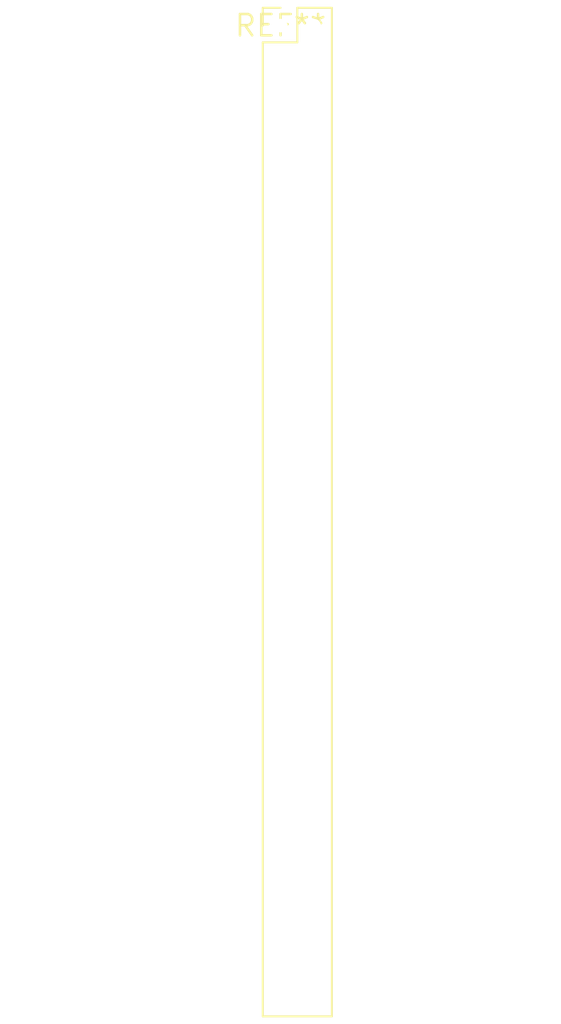
<source format=kicad_pcb>
(kicad_pcb (version 20240108) (generator pcbnew)
  (layers (0 "F.Cu" signal) (31 "B.Cu" signal) (34 "B.Paste" user) (35 "F.Paste" user) (36 "B.SilkS" user "B.Silkscreen") (37 "F.SilkS" user "F.Silkscreen") (38 "B.Mask" user) (39 "F.Mask" user) (44 "Edge.Cuts" user))
  (net 0 "")
  (footprint "PinHeader_2x30_P2.00mm_Vertical" (layer "F.Cu") (at 0 0)
    (property "Reference" "REF**")
    (property "Value" "PinHeader_2x30_P2.00mm_Vertical")
    (fp_line (start -1.06 -1.06) (end 0 -1.06) (layer "F.SilkS") (stroke (width 0.12)))
    (fp_line (start -1.06 0) (end -1.06 -1.06) (layer "F.SilkS") (stroke (width 0.12)))
    (fp_line (start -1.06 1) (end -1.06 59.06) (layer "F.SilkS") (stroke (width 0.12)))
    (fp_line (start -1.06 1) (end 1 1) (layer "F.SilkS") (stroke (width 0.12)))
    (fp_line (start -1.06 59.06) (end 3.06 59.06) (layer "F.SilkS") (stroke (width 0.12)))
    (fp_line (start 1 -1.06) (end 3.06 -1.06) (layer "F.SilkS") (stroke (width 0.12)))
    (fp_line (start 1 1) (end 1 -1.06) (layer "F.SilkS") (stroke (width 0.12)))
    (fp_line (start 3.06 -1.06) (end 3.06 59.06) (layer "F.SilkS") (stroke (width 0.12)))
    (pad "1" thru_hole rect (at 0 0) (size 1.35 1.35) (drill 0.8) (layers *.Cu *.Mask) (remove_unused_layers))
    (pad "2" thru_hole oval (at 2 0) (size 1.35 1.35) (drill 0.8) (layers *.Cu *.Mask) (remove_unused_layers))
    (pad "3" thru_hole oval (at 0 2) (size 1.35 1.35) (drill 0.8) (layers *.Cu *.Mask) (remove_unused_layers))
    (pad "4" thru_hole oval (at 2 2) (size 1.35 1.35) (drill 0.8) (layers *.Cu *.Mask) (remove_unused_layers))
    (pad "5" thru_hole oval (at 0 4) (size 1.35 1.35) (drill 0.8) (layers *.Cu *.Mask) (remove_unused_layers))
    (pad "6" thru_hole oval (at 2 4) (size 1.35 1.35) (drill 0.8) (layers *.Cu *.Mask) (remove_unused_layers))
    (pad "7" thru_hole oval (at 0 6) (size 1.35 1.35) (drill 0.8) (layers *.Cu *.Mask) (remove_unused_layers))
    (pad "8" thru_hole oval (at 2 6) (size 1.35 1.35) (drill 0.8) (layers *.Cu *.Mask) (remove_unused_layers))
    (pad "9" thru_hole oval (at 0 8) (size 1.35 1.35) (drill 0.8) (layers *.Cu *.Mask) (remove_unused_layers))
    (pad "10" thru_hole oval (at 2 8) (size 1.35 1.35) (drill 0.8) (layers *.Cu *.Mask) (remove_unused_layers))
    (pad "11" thru_hole oval (at 0 10) (size 1.35 1.35) (drill 0.8) (layers *.Cu *.Mask) (remove_unused_layers))
    (pad "12" thru_hole oval (at 2 10) (size 1.35 1.35) (drill 0.8) (layers *.Cu *.Mask) (remove_unused_layers))
    (pad "13" thru_hole oval (at 0 12) (size 1.35 1.35) (drill 0.8) (layers *.Cu *.Mask) (remove_unused_layers))
    (pad "14" thru_hole oval (at 2 12) (size 1.35 1.35) (drill 0.8) (layers *.Cu *.Mask) (remove_unused_layers))
    (pad "15" thru_hole oval (at 0 14) (size 1.35 1.35) (drill 0.8) (layers *.Cu *.Mask) (remove_unused_layers))
    (pad "16" thru_hole oval (at 2 14) (size 1.35 1.35) (drill 0.8) (layers *.Cu *.Mask) (remove_unused_layers))
    (pad "17" thru_hole oval (at 0 16) (size 1.35 1.35) (drill 0.8) (layers *.Cu *.Mask) (remove_unused_layers))
    (pad "18" thru_hole oval (at 2 16) (size 1.35 1.35) (drill 0.8) (layers *.Cu *.Mask) (remove_unused_layers))
    (pad "19" thru_hole oval (at 0 18) (size 1.35 1.35) (drill 0.8) (layers *.Cu *.Mask) (remove_unused_layers))
    (pad "20" thru_hole oval (at 2 18) (size 1.35 1.35) (drill 0.8) (layers *.Cu *.Mask) (remove_unused_layers))
    (pad "21" thru_hole oval (at 0 20) (size 1.35 1.35) (drill 0.8) (layers *.Cu *.Mask) (remove_unused_layers))
    (pad "22" thru_hole oval (at 2 20) (size 1.35 1.35) (drill 0.8) (layers *.Cu *.Mask) (remove_unused_layers))
    (pad "23" thru_hole oval (at 0 22) (size 1.35 1.35) (drill 0.8) (layers *.Cu *.Mask) (remove_unused_layers))
    (pad "24" thru_hole oval (at 2 22) (size 1.35 1.35) (drill 0.8) (layers *.Cu *.Mask) (remove_unused_layers))
    (pad "25" thru_hole oval (at 0 24) (size 1.35 1.35) (drill 0.8) (layers *.Cu *.Mask) (remove_unused_layers))
    (pad "26" thru_hole oval (at 2 24) (size 1.35 1.35) (drill 0.8) (layers *.Cu *.Mask) (remove_unused_layers))
    (pad "27" thru_hole oval (at 0 26) (size 1.35 1.35) (drill 0.8) (layers *.Cu *.Mask) (remove_unused_layers))
    (pad "28" thru_hole oval (at 2 26) (size 1.35 1.35) (drill 0.8) (layers *.Cu *.Mask) (remove_unused_layers))
    (pad "29" thru_hole oval (at 0 28) (size 1.35 1.35) (drill 0.8) (layers *.Cu *.Mask) (remove_unused_layers))
    (pad "30" thru_hole oval (at 2 28) (size 1.35 1.35) (drill 0.8) (layers *.Cu *.Mask) (remove_unused_layers))
    (pad "31" thru_hole oval (at 0 30) (size 1.35 1.35) (drill 0.8) (layers *.Cu *.Mask) (remove_unused_layers))
    (pad "32" thru_hole oval (at 2 30) (size 1.35 1.35) (drill 0.8) (layers *.Cu *.Mask) (remove_unused_layers))
    (pad "33" thru_hole oval (at 0 32) (size 1.35 1.35) (drill 0.8) (layers *.Cu *.Mask) (remove_unused_layers))
    (pad "34" thru_hole oval (at 2 32) (size 1.35 1.35) (drill 0.8) (layers *.Cu *.Mask) (remove_unused_layers))
    (pad "35" thru_hole oval (at 0 34) (size 1.35 1.35) (drill 0.8) (layers *.Cu *.Mask) (remove_unused_layers))
    (pad "36" thru_hole oval (at 2 34) (size 1.35 1.35) (drill 0.8) (layers *.Cu *.Mask) (remove_unused_layers))
    (pad "37" thru_hole oval (at 0 36) (size 1.35 1.35) (drill 0.8) (layers *.Cu *.Mask) (remove_unused_layers))
    (pad "38" thru_hole oval (at 2 36) (size 1.35 1.35) (drill 0.8) (layers *.Cu *.Mask) (remove_unused_layers))
    (pad "39" thru_hole oval (at 0 38) (size 1.35 1.35) (drill 0.8) (layers *.Cu *.Mask) (remove_unused_layers))
    (pad "40" thru_hole oval (at 2 38) (size 1.35 1.35) (drill 0.8) (layers *.Cu *.Mask) (remove_unused_layers))
    (pad "41" thru_hole oval (at 0 40) (size 1.35 1.35) (drill 0.8) (layers *.Cu *.Mask) (remove_unused_layers))
    (pad "42" thru_hole oval (at 2 40) (size 1.35 1.35) (drill 0.8) (layers *.Cu *.Mask) (remove_unused_layers))
    (pad "43" thru_hole oval (at 0 42) (size 1.35 1.35) (drill 0.8) (layers *.Cu *.Mask) (remove_unused_layers))
    (pad "44" thru_hole oval (at 2 42) (size 1.35 1.35) (drill 0.8) (layers *.Cu *.Mask) (remove_unused_layers))
    (pad "45" thru_hole oval (at 0 44) (size 1.35 1.35) (drill 0.8) (layers *.Cu *.Mask) (remove_unused_layers))
    (pad "46" thru_hole oval (at 2 44) (size 1.35 1.35) (drill 0.8) (layers *.Cu *.Mask) (remove_unused_layers))
    (pad "47" thru_hole oval (at 0 46) (size 1.35 1.35) (drill 0.8) (layers *.Cu *.Mask) (remove_unused_layers))
    (pad "48" thru_hole oval (at 2 46) (size 1.35 1.35) (drill 0.8) (layers *.Cu *.Mask) (remove_unused_layers))
    (pad "49" thru_hole oval (at 0 48) (size 1.35 1.35) (drill 0.8) (layers *.Cu *.Mask) (remove_unused_layers))
    (pad "50" thru_hole oval (at 2 48) (size 1.35 1.35) (drill 0.8) (layers *.Cu *.Mask) (remove_unused_layers))
    (pad "51" thru_hole oval (at 0 50) (size 1.35 1.35) (drill 0.8) (layers *.Cu *.Mask) (remove_unused_layers))
    (pad "52" thru_hole oval (at 2 50) (size 1.35 1.35) (drill 0.8) (layers *.Cu *.Mask) (remove_unused_layers))
    (pad "53" thru_hole oval (at 0 52) (size 1.35 1.35) (drill 0.8) (layers *.Cu *.Mask) (remove_unused_layers))
    (pad "54" thru_hole oval (at 2 52) (size 1.35 1.35) (drill 0.8) (layers *.Cu *.Mask) (remove_unused_layers))
    (pad "55" thru_hole oval (at 0 54) (size 1.35 1.35) (drill 0.8) (layers *.Cu *.Mask) (remove_unused_layers))
    (pad "56" thru_hole oval (at 2 54) (size 1.35 1.35) (drill 0.8) (layers *.Cu *.Mask) (remove_unused_layers))
    (pad "57" thru_hole oval (at 0 56) (size 1.35 1.35) (drill 0.8) (layers *.Cu *.Mask) (remove_unused_layers))
    (pad "58" thru_hole oval (at 2 56) (size 1.35 1.35) (drill 0.8) (layers *.Cu *.Mask) (remove_unused_layers))
    (pad "59" thru_hole oval (at 0 58) (size 1.35 1.35) (drill 0.8) (layers *.Cu *.Mask) (remove_unused_layers))
    (pad "60" thru_hole oval (at 2 58) (size 1.35 1.35) (drill 0.8) (layers *.Cu *.Mask) (remove_unused_layers))
  )
)
</source>
